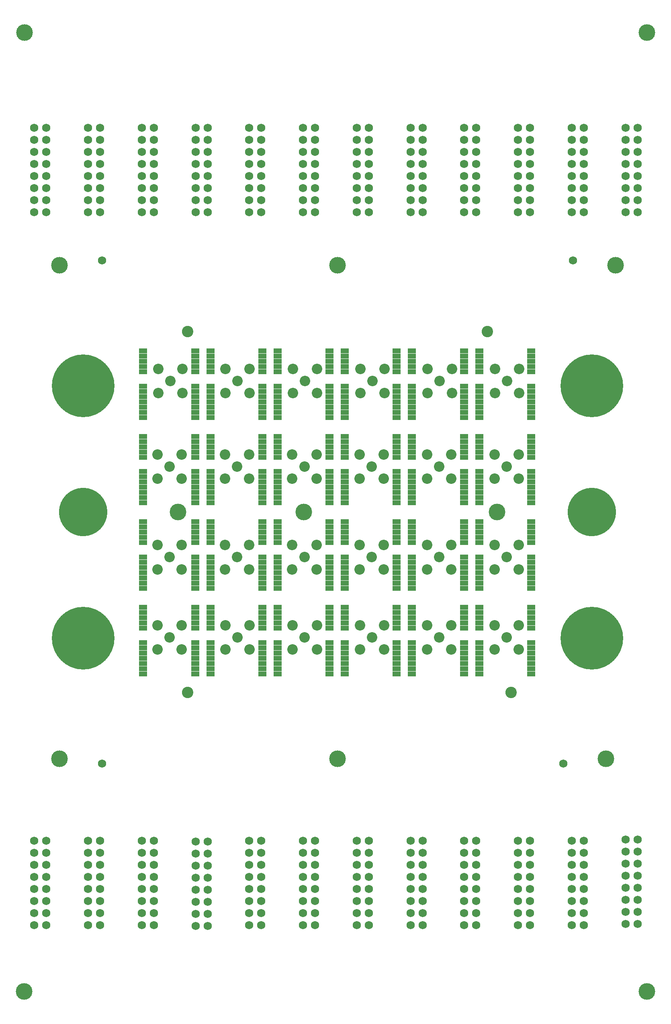
<source format=gts>
G04*
G04 #@! TF.GenerationSoftware,Altium Limited,Altium Designer,23.7.1 (13)*
G04*
G04 Layer_Color=8388736*
%FSLAX44Y44*%
%MOMM*%
G71*
G04*
G04 #@! TF.SameCoordinates,18148A51-D3F6-497A-8191-E25F5C0AB562*
G04*
G04*
G04 #@! TF.FilePolarity,Negative*
G04*
G01*
G75*
%ADD13R,1.7032X1.0032*%
%ADD14C,2.2032*%
%ADD15C,1.7272*%
%ADD16C,13.2032*%
%ADD17C,2.4032*%
%ADD18C,3.5032*%
%ADD19C,1.7532*%
%ADD20C,2.4032*%
%ADD21C,13.2049*%
%ADD22C,10.2032*%
%ADD23C,3.5032*%
D13*
X666666Y878796D02*
D03*
Y889796D02*
D03*
Y900796D02*
D03*
Y911796D02*
D03*
Y922796D02*
D03*
Y933796D02*
D03*
Y944796D02*
D03*
Y974996D02*
D03*
Y985996D02*
D03*
Y996996D02*
D03*
Y1007996D02*
D03*
Y1018996D02*
D03*
X557266D02*
D03*
Y1007996D02*
D03*
Y996996D02*
D03*
Y985996D02*
D03*
Y974996D02*
D03*
Y944796D02*
D03*
Y933796D02*
D03*
Y922796D02*
D03*
Y911796D02*
D03*
Y900796D02*
D03*
Y889796D02*
D03*
Y878796D02*
D03*
X840466D02*
D03*
Y889796D02*
D03*
Y900796D02*
D03*
Y911796D02*
D03*
Y922796D02*
D03*
Y933796D02*
D03*
Y944796D02*
D03*
Y974996D02*
D03*
Y985996D02*
D03*
Y996996D02*
D03*
Y1007996D02*
D03*
Y1018996D02*
D03*
X949866D02*
D03*
Y1007996D02*
D03*
Y996996D02*
D03*
Y985996D02*
D03*
Y974996D02*
D03*
Y944796D02*
D03*
Y933796D02*
D03*
Y922796D02*
D03*
Y911796D02*
D03*
Y900796D02*
D03*
Y889796D02*
D03*
Y878796D02*
D03*
X1091466Y1238796D02*
D03*
Y1249796D02*
D03*
Y1260796D02*
D03*
Y1271796D02*
D03*
Y1282796D02*
D03*
Y1293796D02*
D03*
Y1304796D02*
D03*
Y1334996D02*
D03*
Y1345996D02*
D03*
Y1356996D02*
D03*
Y1367996D02*
D03*
Y1378996D02*
D03*
X982066D02*
D03*
Y1367996D02*
D03*
Y1356996D02*
D03*
Y1345996D02*
D03*
Y1334996D02*
D03*
Y1304796D02*
D03*
Y1293796D02*
D03*
Y1282796D02*
D03*
Y1271796D02*
D03*
Y1260796D02*
D03*
Y1249796D02*
D03*
Y1238796D02*
D03*
X840466Y698796D02*
D03*
Y709796D02*
D03*
Y720796D02*
D03*
Y731796D02*
D03*
Y742796D02*
D03*
Y753796D02*
D03*
Y764796D02*
D03*
Y794996D02*
D03*
Y805996D02*
D03*
Y816996D02*
D03*
Y827996D02*
D03*
Y838996D02*
D03*
X949866D02*
D03*
Y827996D02*
D03*
Y816996D02*
D03*
Y805996D02*
D03*
Y794996D02*
D03*
Y764796D02*
D03*
Y753796D02*
D03*
Y742796D02*
D03*
Y731796D02*
D03*
Y720796D02*
D03*
Y709796D02*
D03*
Y698796D02*
D03*
X1091466Y1058796D02*
D03*
Y1069796D02*
D03*
Y1080796D02*
D03*
Y1091796D02*
D03*
Y1102796D02*
D03*
Y1113796D02*
D03*
Y1124796D02*
D03*
Y1154996D02*
D03*
Y1165996D02*
D03*
Y1176996D02*
D03*
Y1187996D02*
D03*
Y1198996D02*
D03*
X982066D02*
D03*
Y1187996D02*
D03*
Y1176996D02*
D03*
Y1165996D02*
D03*
Y1154996D02*
D03*
Y1124796D02*
D03*
Y1113796D02*
D03*
Y1102796D02*
D03*
Y1091796D02*
D03*
Y1080796D02*
D03*
Y1069796D02*
D03*
Y1058796D02*
D03*
X698866Y698796D02*
D03*
Y709796D02*
D03*
Y720796D02*
D03*
Y731796D02*
D03*
Y742796D02*
D03*
Y753796D02*
D03*
Y764796D02*
D03*
Y794996D02*
D03*
Y805996D02*
D03*
Y816996D02*
D03*
Y827996D02*
D03*
Y838996D02*
D03*
X808266D02*
D03*
Y827996D02*
D03*
Y816996D02*
D03*
Y805996D02*
D03*
Y794996D02*
D03*
Y764796D02*
D03*
Y753796D02*
D03*
Y742796D02*
D03*
Y731796D02*
D03*
Y720796D02*
D03*
Y709796D02*
D03*
Y698796D02*
D03*
X1091466Y878796D02*
D03*
Y889796D02*
D03*
Y900796D02*
D03*
Y911796D02*
D03*
Y922796D02*
D03*
Y933796D02*
D03*
Y944796D02*
D03*
Y974996D02*
D03*
Y985996D02*
D03*
Y996996D02*
D03*
Y1007996D02*
D03*
Y1018996D02*
D03*
X982066D02*
D03*
Y1007996D02*
D03*
Y996996D02*
D03*
Y985996D02*
D03*
Y974996D02*
D03*
Y944796D02*
D03*
Y933796D02*
D03*
Y922796D02*
D03*
Y911796D02*
D03*
Y900796D02*
D03*
Y889796D02*
D03*
Y878796D02*
D03*
X698866D02*
D03*
Y889796D02*
D03*
Y900796D02*
D03*
Y911796D02*
D03*
Y922796D02*
D03*
Y933796D02*
D03*
Y944796D02*
D03*
Y974996D02*
D03*
Y985996D02*
D03*
Y996996D02*
D03*
Y1007996D02*
D03*
Y1018996D02*
D03*
X808266D02*
D03*
Y1007996D02*
D03*
Y996996D02*
D03*
Y985996D02*
D03*
Y974996D02*
D03*
Y944796D02*
D03*
Y933796D02*
D03*
Y922796D02*
D03*
Y911796D02*
D03*
Y900796D02*
D03*
Y889796D02*
D03*
Y878796D02*
D03*
X949866Y1238796D02*
D03*
Y1249796D02*
D03*
Y1260796D02*
D03*
Y1271796D02*
D03*
Y1282796D02*
D03*
Y1293796D02*
D03*
Y1304796D02*
D03*
Y1334996D02*
D03*
Y1345996D02*
D03*
Y1356996D02*
D03*
Y1367996D02*
D03*
Y1378996D02*
D03*
X840466D02*
D03*
Y1367996D02*
D03*
Y1356996D02*
D03*
Y1345996D02*
D03*
Y1334996D02*
D03*
Y1304796D02*
D03*
Y1293796D02*
D03*
Y1282796D02*
D03*
Y1271796D02*
D03*
Y1260796D02*
D03*
Y1249796D02*
D03*
Y1238796D02*
D03*
X698866Y1058796D02*
D03*
Y1069796D02*
D03*
Y1080796D02*
D03*
Y1091796D02*
D03*
Y1102796D02*
D03*
Y1113796D02*
D03*
Y1124796D02*
D03*
Y1154996D02*
D03*
Y1165996D02*
D03*
Y1176996D02*
D03*
Y1187996D02*
D03*
Y1198996D02*
D03*
X808266D02*
D03*
Y1187996D02*
D03*
Y1176996D02*
D03*
Y1165996D02*
D03*
Y1154996D02*
D03*
Y1124796D02*
D03*
Y1113796D02*
D03*
Y1102796D02*
D03*
Y1091796D02*
D03*
Y1080796D02*
D03*
Y1069796D02*
D03*
Y1058796D02*
D03*
X949866D02*
D03*
Y1069796D02*
D03*
Y1080796D02*
D03*
Y1091796D02*
D03*
Y1102796D02*
D03*
Y1113796D02*
D03*
Y1124796D02*
D03*
Y1154996D02*
D03*
Y1165996D02*
D03*
Y1176996D02*
D03*
Y1187996D02*
D03*
Y1198996D02*
D03*
X840466D02*
D03*
Y1187996D02*
D03*
Y1176996D02*
D03*
Y1165996D02*
D03*
Y1154996D02*
D03*
Y1124796D02*
D03*
Y1113796D02*
D03*
Y1102796D02*
D03*
Y1091796D02*
D03*
Y1080796D02*
D03*
Y1069796D02*
D03*
Y1058796D02*
D03*
X698866Y1238796D02*
D03*
Y1249796D02*
D03*
Y1260796D02*
D03*
Y1271796D02*
D03*
Y1282796D02*
D03*
Y1293796D02*
D03*
Y1304796D02*
D03*
Y1334996D02*
D03*
Y1345996D02*
D03*
Y1356996D02*
D03*
Y1367996D02*
D03*
Y1378996D02*
D03*
X808266D02*
D03*
Y1367996D02*
D03*
Y1356996D02*
D03*
Y1345996D02*
D03*
Y1334996D02*
D03*
Y1304796D02*
D03*
Y1293796D02*
D03*
Y1282796D02*
D03*
Y1271796D02*
D03*
Y1260796D02*
D03*
Y1249796D02*
D03*
Y1238796D02*
D03*
X1091466Y698796D02*
D03*
Y709796D02*
D03*
Y720796D02*
D03*
Y731796D02*
D03*
Y742796D02*
D03*
Y753796D02*
D03*
Y764796D02*
D03*
Y794996D02*
D03*
Y805996D02*
D03*
Y816996D02*
D03*
Y827996D02*
D03*
Y838996D02*
D03*
X982066D02*
D03*
Y827996D02*
D03*
Y816996D02*
D03*
Y805996D02*
D03*
Y794996D02*
D03*
Y764796D02*
D03*
Y753796D02*
D03*
Y742796D02*
D03*
Y731796D02*
D03*
Y720796D02*
D03*
Y709796D02*
D03*
Y698796D02*
D03*
X415666Y878796D02*
D03*
Y889796D02*
D03*
Y900796D02*
D03*
Y911796D02*
D03*
Y922796D02*
D03*
Y933796D02*
D03*
Y944796D02*
D03*
Y974996D02*
D03*
Y985996D02*
D03*
Y996996D02*
D03*
Y1007996D02*
D03*
Y1018996D02*
D03*
X525066D02*
D03*
Y1007996D02*
D03*
Y996996D02*
D03*
Y985996D02*
D03*
Y974996D02*
D03*
Y944796D02*
D03*
Y933796D02*
D03*
Y922796D02*
D03*
Y911796D02*
D03*
Y900796D02*
D03*
Y889796D02*
D03*
Y878796D02*
D03*
X666666Y1238796D02*
D03*
Y1249796D02*
D03*
Y1260796D02*
D03*
Y1271796D02*
D03*
Y1282796D02*
D03*
Y1293796D02*
D03*
Y1304796D02*
D03*
Y1334996D02*
D03*
Y1345996D02*
D03*
Y1356996D02*
D03*
Y1367996D02*
D03*
Y1378996D02*
D03*
X557266D02*
D03*
Y1367996D02*
D03*
Y1356996D02*
D03*
Y1345996D02*
D03*
Y1334996D02*
D03*
Y1304796D02*
D03*
Y1293796D02*
D03*
Y1282796D02*
D03*
Y1271796D02*
D03*
Y1260796D02*
D03*
Y1249796D02*
D03*
Y1238796D02*
D03*
X415666Y698796D02*
D03*
Y709796D02*
D03*
Y720796D02*
D03*
Y731796D02*
D03*
Y742796D02*
D03*
Y753796D02*
D03*
Y764796D02*
D03*
Y794996D02*
D03*
Y805996D02*
D03*
Y816996D02*
D03*
Y827996D02*
D03*
Y838996D02*
D03*
X525066D02*
D03*
Y827996D02*
D03*
Y816996D02*
D03*
Y805996D02*
D03*
Y794996D02*
D03*
Y764796D02*
D03*
Y753796D02*
D03*
Y742796D02*
D03*
Y731796D02*
D03*
Y720796D02*
D03*
Y709796D02*
D03*
Y698796D02*
D03*
X666666Y1058796D02*
D03*
Y1069796D02*
D03*
Y1080796D02*
D03*
Y1091796D02*
D03*
Y1102796D02*
D03*
Y1113796D02*
D03*
Y1124796D02*
D03*
Y1154996D02*
D03*
Y1165996D02*
D03*
Y1176996D02*
D03*
Y1187996D02*
D03*
Y1198996D02*
D03*
X557266D02*
D03*
Y1187996D02*
D03*
Y1176996D02*
D03*
Y1165996D02*
D03*
Y1154996D02*
D03*
Y1124796D02*
D03*
Y1113796D02*
D03*
Y1102796D02*
D03*
Y1091796D02*
D03*
Y1080796D02*
D03*
Y1069796D02*
D03*
Y1058796D02*
D03*
X274066Y1238796D02*
D03*
Y1249796D02*
D03*
Y1260796D02*
D03*
Y1271796D02*
D03*
Y1282796D02*
D03*
Y1293796D02*
D03*
Y1304796D02*
D03*
Y1334996D02*
D03*
Y1345996D02*
D03*
Y1356996D02*
D03*
Y1367996D02*
D03*
Y1378996D02*
D03*
X383466D02*
D03*
Y1367996D02*
D03*
Y1356996D02*
D03*
Y1345996D02*
D03*
Y1334996D02*
D03*
Y1304796D02*
D03*
Y1293796D02*
D03*
Y1282796D02*
D03*
Y1271796D02*
D03*
Y1260796D02*
D03*
Y1249796D02*
D03*
Y1238796D02*
D03*
X666666Y698796D02*
D03*
Y709796D02*
D03*
Y720796D02*
D03*
Y731796D02*
D03*
Y742796D02*
D03*
Y753796D02*
D03*
Y764796D02*
D03*
Y794996D02*
D03*
Y805996D02*
D03*
Y816996D02*
D03*
Y827996D02*
D03*
Y838996D02*
D03*
X557266D02*
D03*
Y827996D02*
D03*
Y816996D02*
D03*
Y805996D02*
D03*
Y794996D02*
D03*
Y764796D02*
D03*
Y753796D02*
D03*
Y742796D02*
D03*
Y731796D02*
D03*
Y720796D02*
D03*
Y709796D02*
D03*
Y698796D02*
D03*
X274066Y1058796D02*
D03*
Y1069796D02*
D03*
Y1080796D02*
D03*
Y1091796D02*
D03*
Y1102796D02*
D03*
Y1113796D02*
D03*
Y1124796D02*
D03*
Y1154996D02*
D03*
Y1165996D02*
D03*
Y1176996D02*
D03*
Y1187996D02*
D03*
Y1198996D02*
D03*
X383466D02*
D03*
Y1187996D02*
D03*
Y1176996D02*
D03*
Y1165996D02*
D03*
Y1154996D02*
D03*
Y1124796D02*
D03*
Y1113796D02*
D03*
Y1102796D02*
D03*
Y1091796D02*
D03*
Y1080796D02*
D03*
Y1069796D02*
D03*
Y1058796D02*
D03*
X525066Y1238796D02*
D03*
Y1249796D02*
D03*
Y1260796D02*
D03*
Y1271796D02*
D03*
Y1282796D02*
D03*
Y1293796D02*
D03*
Y1304796D02*
D03*
Y1334996D02*
D03*
Y1345996D02*
D03*
Y1356996D02*
D03*
Y1367996D02*
D03*
Y1378996D02*
D03*
X415666D02*
D03*
Y1367996D02*
D03*
Y1356996D02*
D03*
Y1345996D02*
D03*
Y1334996D02*
D03*
Y1304796D02*
D03*
Y1293796D02*
D03*
Y1282796D02*
D03*
Y1271796D02*
D03*
Y1260796D02*
D03*
Y1249796D02*
D03*
Y1238796D02*
D03*
X274066Y878796D02*
D03*
Y889796D02*
D03*
Y900796D02*
D03*
Y911796D02*
D03*
Y922796D02*
D03*
Y933796D02*
D03*
Y944796D02*
D03*
Y974996D02*
D03*
Y985996D02*
D03*
Y996996D02*
D03*
Y1007996D02*
D03*
Y1018996D02*
D03*
X383466D02*
D03*
Y1007996D02*
D03*
Y996996D02*
D03*
Y985996D02*
D03*
Y974996D02*
D03*
Y944796D02*
D03*
Y933796D02*
D03*
Y922796D02*
D03*
Y911796D02*
D03*
Y900796D02*
D03*
Y889796D02*
D03*
Y878796D02*
D03*
X525066Y1058796D02*
D03*
Y1069796D02*
D03*
Y1080796D02*
D03*
Y1091796D02*
D03*
Y1102796D02*
D03*
Y1113796D02*
D03*
Y1124796D02*
D03*
Y1154996D02*
D03*
Y1165996D02*
D03*
Y1176996D02*
D03*
Y1187996D02*
D03*
Y1198996D02*
D03*
X415666D02*
D03*
Y1187996D02*
D03*
Y1176996D02*
D03*
Y1165996D02*
D03*
Y1154996D02*
D03*
Y1124796D02*
D03*
Y1113796D02*
D03*
Y1102796D02*
D03*
Y1091796D02*
D03*
Y1080796D02*
D03*
Y1069796D02*
D03*
Y1058796D02*
D03*
X274066Y698796D02*
D03*
Y709796D02*
D03*
Y720796D02*
D03*
Y731796D02*
D03*
Y742796D02*
D03*
Y753796D02*
D03*
Y764796D02*
D03*
Y794996D02*
D03*
Y805996D02*
D03*
Y816996D02*
D03*
Y827996D02*
D03*
Y838996D02*
D03*
X383466D02*
D03*
Y827996D02*
D03*
Y816996D02*
D03*
Y805996D02*
D03*
Y794996D02*
D03*
Y764796D02*
D03*
Y753796D02*
D03*
Y742796D02*
D03*
Y731796D02*
D03*
Y720796D02*
D03*
Y709796D02*
D03*
Y698796D02*
D03*
D14*
X446188Y1160965D02*
D03*
Y1109965D02*
D03*
X497188D02*
D03*
Y1160965D02*
D03*
X471688Y1135465D02*
D03*
X1015402Y1340966D02*
D03*
Y1289966D02*
D03*
X1066402D02*
D03*
Y1340966D02*
D03*
X1040902Y1315466D02*
D03*
X923146Y919042D02*
D03*
Y970041D02*
D03*
X872146D02*
D03*
Y919042D02*
D03*
X897646Y944541D02*
D03*
X589444Y1340966D02*
D03*
Y1289966D02*
D03*
X640444D02*
D03*
Y1340966D02*
D03*
X614944Y1315466D02*
D03*
X497188Y919042D02*
D03*
Y970041D02*
D03*
X446188D02*
D03*
Y919042D02*
D03*
X471688Y944541D02*
D03*
X1014132Y1160965D02*
D03*
Y1109965D02*
D03*
X1065132D02*
D03*
Y1160965D02*
D03*
X1039632Y1135465D02*
D03*
X923400Y749962D02*
D03*
Y800962D02*
D03*
X872400D02*
D03*
Y749962D02*
D03*
X897900Y775462D02*
D03*
X588174Y1160965D02*
D03*
Y1109965D02*
D03*
X639174D02*
D03*
Y1160965D02*
D03*
X613674Y1135465D02*
D03*
X498204Y749962D02*
D03*
Y800962D02*
D03*
X447204D02*
D03*
Y749962D02*
D03*
X472704Y775462D02*
D03*
X1065132Y919042D02*
D03*
Y970041D02*
D03*
X1014132D02*
D03*
Y919042D02*
D03*
X1039632Y944541D02*
D03*
X781668Y749962D02*
D03*
Y800962D02*
D03*
X730668D02*
D03*
Y749962D02*
D03*
X756168Y775462D02*
D03*
X639174Y919042D02*
D03*
Y970041D02*
D03*
X588174D02*
D03*
Y919042D02*
D03*
X613674Y944541D02*
D03*
X305472Y1340966D02*
D03*
Y1289966D02*
D03*
X356472D02*
D03*
Y1340966D02*
D03*
X330972Y1315466D02*
D03*
X1065132Y749962D02*
D03*
Y800962D02*
D03*
X1014132D02*
D03*
Y749962D02*
D03*
X1039632Y775462D02*
D03*
X639936Y749962D02*
D03*
Y800962D02*
D03*
X588936D02*
D03*
Y749962D02*
D03*
X614436Y775462D02*
D03*
X781160Y919042D02*
D03*
Y970041D02*
D03*
X730160D02*
D03*
Y919042D02*
D03*
X755660Y944541D02*
D03*
X304202Y1160965D02*
D03*
Y1109965D02*
D03*
X355202D02*
D03*
Y1160965D02*
D03*
X329702Y1135465D02*
D03*
X873416Y1340966D02*
D03*
Y1289966D02*
D03*
X924416D02*
D03*
Y1340966D02*
D03*
X898916Y1315466D02*
D03*
X447458Y1340966D02*
D03*
Y1289966D02*
D03*
X498458D02*
D03*
Y1340966D02*
D03*
X472958Y1315466D02*
D03*
X730160Y1160965D02*
D03*
Y1109965D02*
D03*
X781160D02*
D03*
Y1160965D02*
D03*
X755660Y1135465D02*
D03*
X355202Y919042D02*
D03*
Y970041D02*
D03*
X304202D02*
D03*
Y919042D02*
D03*
X329702Y944541D02*
D03*
X872146Y1160965D02*
D03*
Y1109965D02*
D03*
X923146D02*
D03*
Y1160965D02*
D03*
X897646Y1135465D02*
D03*
X731430Y1340966D02*
D03*
Y1289966D02*
D03*
X782430D02*
D03*
Y1340966D02*
D03*
X756930Y1315466D02*
D03*
X355202Y749962D02*
D03*
Y800962D02*
D03*
X304202D02*
D03*
Y749962D02*
D03*
X329702Y775462D02*
D03*
D15*
X183120Y1849117D02*
D03*
X157720D02*
D03*
X183120Y1823717D02*
D03*
X157720D02*
D03*
X183120Y1798318D02*
D03*
X157720D02*
D03*
X183120Y1772917D02*
D03*
X157720D02*
D03*
X183120Y1747518D02*
D03*
X157720D02*
D03*
X183120Y1722117D02*
D03*
X157720D02*
D03*
X183120Y1696718D02*
D03*
X157720D02*
D03*
X183120Y1671317D02*
D03*
X157720D02*
D03*
X1315720Y1849117D02*
D03*
X1290320D02*
D03*
X1315720Y1823717D02*
D03*
X1290320D02*
D03*
X1315720Y1798318D02*
D03*
X1290320D02*
D03*
X1315720Y1772917D02*
D03*
X1290320D02*
D03*
X1315720Y1747518D02*
D03*
X1290320D02*
D03*
X1315720Y1722117D02*
D03*
X1290320D02*
D03*
X1315720Y1696718D02*
D03*
X1290320D02*
D03*
X1315720Y1671317D02*
D03*
X1290320D02*
D03*
X1089200Y347215D02*
D03*
X1063800D02*
D03*
X1089200Y321815D02*
D03*
X1063800D02*
D03*
X1089200Y296416D02*
D03*
X1063800D02*
D03*
X1089200Y271015D02*
D03*
X1063800D02*
D03*
X1089200Y245616D02*
D03*
X1063800D02*
D03*
X1089200Y220215D02*
D03*
X1063800D02*
D03*
X1089200Y194816D02*
D03*
X1063800D02*
D03*
X1089200Y169415D02*
D03*
X1063800D02*
D03*
X636160Y1849117D02*
D03*
X610760D02*
D03*
X636160Y1823717D02*
D03*
X610760D02*
D03*
X636160Y1798318D02*
D03*
X610760D02*
D03*
X636160Y1772917D02*
D03*
X610760D02*
D03*
X636160Y1747518D02*
D03*
X610760D02*
D03*
X636160Y1722117D02*
D03*
X610760D02*
D03*
X636160Y1696718D02*
D03*
X610760D02*
D03*
X636160Y1671317D02*
D03*
X610760D02*
D03*
X409640Y345440D02*
D03*
X384240D02*
D03*
X409640Y320040D02*
D03*
X384240D02*
D03*
X409640Y294640D02*
D03*
X384240D02*
D03*
X409640Y269240D02*
D03*
X384240D02*
D03*
X409640Y243840D02*
D03*
X384240D02*
D03*
X409640Y218440D02*
D03*
X384240D02*
D03*
X409640Y193040D02*
D03*
X384240D02*
D03*
X409640Y167640D02*
D03*
X384240D02*
D03*
X1202460Y1849117D02*
D03*
X1177060D02*
D03*
X1202460Y1823717D02*
D03*
X1177060D02*
D03*
X1202460Y1798318D02*
D03*
X1177060D02*
D03*
X1202460Y1772917D02*
D03*
X1177060D02*
D03*
X1202460Y1747518D02*
D03*
X1177060D02*
D03*
X1202460Y1722117D02*
D03*
X1177060D02*
D03*
X1202460Y1696718D02*
D03*
X1177060D02*
D03*
X1202460Y1671317D02*
D03*
X1177060D02*
D03*
X975940Y347215D02*
D03*
X950540D02*
D03*
X975940Y321815D02*
D03*
X950540D02*
D03*
X975940Y296416D02*
D03*
X950540D02*
D03*
X975940Y271015D02*
D03*
X950540D02*
D03*
X975940Y245616D02*
D03*
X950540D02*
D03*
X975940Y220215D02*
D03*
X950540D02*
D03*
X975940Y194816D02*
D03*
X950540D02*
D03*
X975940Y169415D02*
D03*
X950540D02*
D03*
X522900Y1849117D02*
D03*
X497500D02*
D03*
X522900Y1823717D02*
D03*
X497500D02*
D03*
X522900Y1798318D02*
D03*
X497500D02*
D03*
X522900Y1772917D02*
D03*
X497500D02*
D03*
X522900Y1747518D02*
D03*
X497500D02*
D03*
X522900Y1722117D02*
D03*
X497500D02*
D03*
X522900Y1696718D02*
D03*
X497500D02*
D03*
X522900Y1671317D02*
D03*
X497500D02*
D03*
X296380Y346710D02*
D03*
X270980D02*
D03*
X296380Y321310D02*
D03*
X270980D02*
D03*
X296380Y295910D02*
D03*
X270980D02*
D03*
X296380Y270510D02*
D03*
X270980D02*
D03*
X296380Y245110D02*
D03*
X270980D02*
D03*
X296380Y219710D02*
D03*
X270980D02*
D03*
X296380Y194310D02*
D03*
X270980D02*
D03*
X296380Y168910D02*
D03*
X270980D02*
D03*
X1315720Y349250D02*
D03*
X1290320D02*
D03*
X1315720Y323850D02*
D03*
X1290320D02*
D03*
X1315720Y298450D02*
D03*
X1290320D02*
D03*
X1315720Y273050D02*
D03*
X1290320D02*
D03*
X1315720Y247650D02*
D03*
X1290320D02*
D03*
X1315720Y222250D02*
D03*
X1290320D02*
D03*
X1315720Y196850D02*
D03*
X1290320D02*
D03*
X1315720Y171450D02*
D03*
X1290320D02*
D03*
X749420Y347215D02*
D03*
X724020D02*
D03*
X749420Y321815D02*
D03*
X724020D02*
D03*
X749420Y296416D02*
D03*
X724020D02*
D03*
X749420Y271015D02*
D03*
X724020D02*
D03*
X749420Y245616D02*
D03*
X724020D02*
D03*
X749420Y220215D02*
D03*
X724020D02*
D03*
X749420Y194816D02*
D03*
X724020D02*
D03*
X749420Y169415D02*
D03*
X724020D02*
D03*
X636160Y347215D02*
D03*
X610760D02*
D03*
X636160Y321815D02*
D03*
X610760D02*
D03*
X636160Y296416D02*
D03*
X610760D02*
D03*
X636160Y271015D02*
D03*
X610760D02*
D03*
X636160Y245616D02*
D03*
X610760D02*
D03*
X636160Y220215D02*
D03*
X610760D02*
D03*
X636160Y194816D02*
D03*
X610760D02*
D03*
X636160Y169415D02*
D03*
X610760D02*
D03*
X69860Y1849117D02*
D03*
X44460D02*
D03*
X69860Y1823717D02*
D03*
X44460D02*
D03*
X69860Y1798318D02*
D03*
X44460D02*
D03*
X69860Y1772917D02*
D03*
X44460D02*
D03*
X69860Y1747518D02*
D03*
X44460D02*
D03*
X69860Y1722117D02*
D03*
X44460D02*
D03*
X69860Y1696718D02*
D03*
X44460D02*
D03*
X69860Y1671317D02*
D03*
X44460D02*
D03*
X1202460Y347215D02*
D03*
X1177060D02*
D03*
X1202460Y321815D02*
D03*
X1177060D02*
D03*
X1202460Y296416D02*
D03*
X1177060D02*
D03*
X1202460Y271015D02*
D03*
X1177060D02*
D03*
X1202460Y245616D02*
D03*
X1177060D02*
D03*
X1202460Y220215D02*
D03*
X1177060D02*
D03*
X1202460Y194816D02*
D03*
X1177060D02*
D03*
X1202460Y169415D02*
D03*
X1177060D02*
D03*
X522900Y347215D02*
D03*
X497500D02*
D03*
X522900Y321815D02*
D03*
X497500D02*
D03*
X522900Y296416D02*
D03*
X497500D02*
D03*
X522900Y271015D02*
D03*
X497500D02*
D03*
X522900Y245616D02*
D03*
X497500D02*
D03*
X522900Y220215D02*
D03*
X497500D02*
D03*
X522900Y194816D02*
D03*
X497500D02*
D03*
X522900Y169415D02*
D03*
X497500D02*
D03*
X862680Y347215D02*
D03*
X837280D02*
D03*
X862680Y321815D02*
D03*
X837280D02*
D03*
X862680Y296416D02*
D03*
X837280D02*
D03*
X862680Y271015D02*
D03*
X837280D02*
D03*
X862680Y245616D02*
D03*
X837280D02*
D03*
X862680Y220215D02*
D03*
X837280D02*
D03*
X862680Y194816D02*
D03*
X837280D02*
D03*
X862680Y169415D02*
D03*
X837280D02*
D03*
X296380Y1849117D02*
D03*
X270980D02*
D03*
X296380Y1823717D02*
D03*
X270980D02*
D03*
X296380Y1798318D02*
D03*
X270980D02*
D03*
X296380Y1772917D02*
D03*
X270980D02*
D03*
X296380Y1747518D02*
D03*
X270980D02*
D03*
X296380Y1722117D02*
D03*
X270980D02*
D03*
X296380Y1696718D02*
D03*
X270980D02*
D03*
X296380Y1671317D02*
D03*
X270980D02*
D03*
X1089200Y1849117D02*
D03*
X1063800D02*
D03*
X1089200Y1823717D02*
D03*
X1063800D02*
D03*
X1089200Y1798318D02*
D03*
X1063800D02*
D03*
X1089200Y1772917D02*
D03*
X1063800D02*
D03*
X1089200Y1747518D02*
D03*
X1063800D02*
D03*
X1089200Y1722117D02*
D03*
X1063800D02*
D03*
X1089200Y1696718D02*
D03*
X1063800D02*
D03*
X1089200Y1671317D02*
D03*
X1063800D02*
D03*
X409640Y1849117D02*
D03*
X384240D02*
D03*
X409640Y1823717D02*
D03*
X384240D02*
D03*
X409640Y1798318D02*
D03*
X384240D02*
D03*
X409640Y1772917D02*
D03*
X384240D02*
D03*
X409640Y1747518D02*
D03*
X384240D02*
D03*
X409640Y1722117D02*
D03*
X384240D02*
D03*
X409640Y1696718D02*
D03*
X384240D02*
D03*
X409640Y1671317D02*
D03*
X384240D02*
D03*
X749420Y1849117D02*
D03*
X724020D02*
D03*
X749420Y1823717D02*
D03*
X724020D02*
D03*
X749420Y1798318D02*
D03*
X724020D02*
D03*
X749420Y1772917D02*
D03*
X724020D02*
D03*
X749420Y1747518D02*
D03*
X724020D02*
D03*
X749420Y1722117D02*
D03*
X724020D02*
D03*
X749420Y1696718D02*
D03*
X724020D02*
D03*
X749420Y1671317D02*
D03*
X724020D02*
D03*
X183120Y347215D02*
D03*
X157720D02*
D03*
X183120Y321815D02*
D03*
X157720D02*
D03*
X183120Y296416D02*
D03*
X157720D02*
D03*
X183120Y271015D02*
D03*
X157720D02*
D03*
X183120Y245616D02*
D03*
X157720D02*
D03*
X183120Y220215D02*
D03*
X157720D02*
D03*
X183120Y194816D02*
D03*
X157720D02*
D03*
X183120Y169415D02*
D03*
X157720D02*
D03*
X975940Y1849117D02*
D03*
X950540D02*
D03*
X975940Y1823717D02*
D03*
X950540D02*
D03*
X975940Y1798318D02*
D03*
X950540D02*
D03*
X975940Y1772917D02*
D03*
X950540D02*
D03*
X975940Y1747518D02*
D03*
X950540D02*
D03*
X975940Y1722117D02*
D03*
X950540D02*
D03*
X975940Y1696718D02*
D03*
X950540D02*
D03*
X975940Y1671317D02*
D03*
X950540D02*
D03*
X862680Y1849117D02*
D03*
X837280D02*
D03*
X862680Y1823717D02*
D03*
X837280D02*
D03*
X862680Y1798318D02*
D03*
X837280D02*
D03*
X862680Y1772917D02*
D03*
X837280D02*
D03*
X862680Y1747518D02*
D03*
X837280D02*
D03*
X862680Y1722117D02*
D03*
X837280D02*
D03*
X862680Y1696718D02*
D03*
X837280D02*
D03*
X862680Y1671317D02*
D03*
X837280D02*
D03*
X69860Y347215D02*
D03*
X44460D02*
D03*
X69860Y321815D02*
D03*
X44460D02*
D03*
X69860Y296416D02*
D03*
X44460D02*
D03*
X69860Y271015D02*
D03*
X44460D02*
D03*
X69860Y245616D02*
D03*
X44460D02*
D03*
X69860Y220215D02*
D03*
X44460D02*
D03*
X69860Y194816D02*
D03*
X44460D02*
D03*
X69860Y169415D02*
D03*
X44460D02*
D03*
D16*
X147478Y773525D02*
D03*
X1219281Y1305356D02*
D03*
X147478D02*
D03*
D17*
X1049379Y659442D02*
D03*
X367380D02*
D03*
Y1419440D02*
D03*
D18*
X1249281Y519442D02*
D03*
X683379D02*
D03*
X97478D02*
D03*
X612379Y1039441D02*
D03*
X1269280Y1559440D02*
D03*
X683379D02*
D03*
X1019281Y1039441D02*
D03*
X347478D02*
D03*
D19*
X1159281Y509442D02*
D03*
X187478D02*
D03*
X1179281Y1569440D02*
D03*
X187478D02*
D03*
D20*
X999379Y1419440D02*
D03*
D21*
X1219281Y773525D02*
D03*
D22*
X1219281Y1039441D02*
D03*
X147478D02*
D03*
D23*
X97478Y1559440D02*
D03*
X23500Y29941D02*
D03*
X1335364Y30000D02*
D03*
Y2050000D02*
D03*
X23674Y2049885D02*
D03*
M02*

</source>
